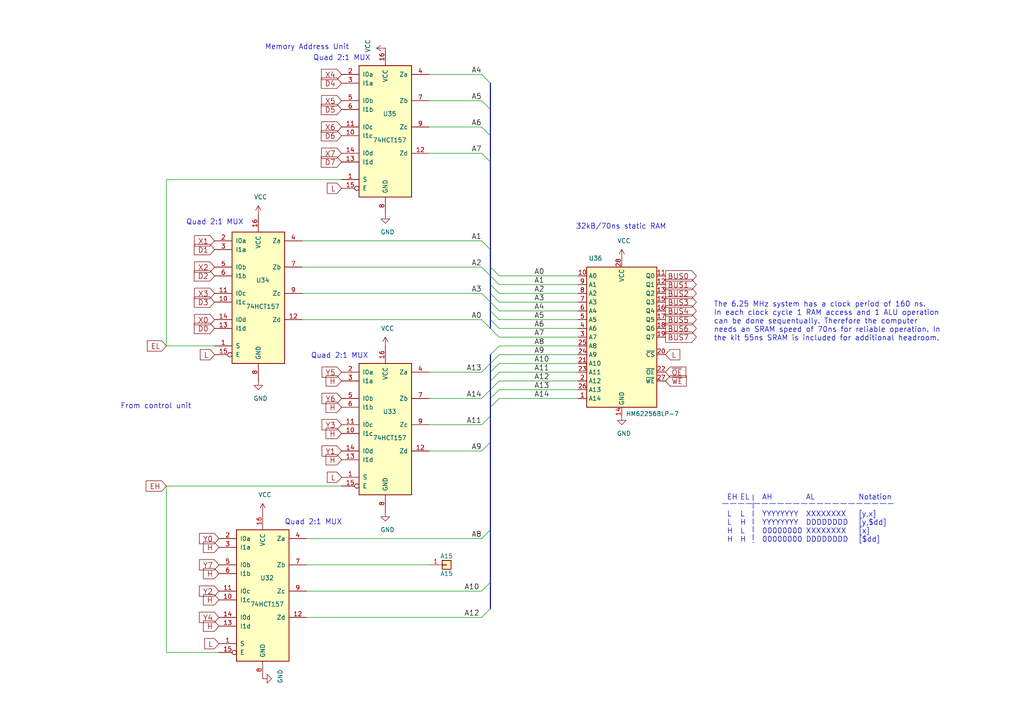
<source format=kicad_sch>
(kicad_sch (version 20211123) (generator eeschema)
  (paper "A4")
  (title_block (title "Gigatron Memory and Address Unit") (date "2020-03-20") (rev "Release") (company "Marcel van Kervinck and Walter Belgers") (comment 1 "The high address byte is either zero or comes from the user Y register.") (comment 2 "The low address byte originates either from the operand (D) or from the user X register") (comment 3 "The address unit can create addresses in four different ways, as shown in the table.") (comment 4 "For speed and simplicity the memory addressing space is two-dimensional."))
  (lib_symbols
    (symbol "74xx:74LS157" (pin_names (offset 1.016))
      (property "Reference" "U" (at -7.62 19.05 0))
      (property "Value" "74LS157" (at -7.62 -21.59 0))
      (symbol "74LS157_1_0"
        (pin input line (at -12.7 -15.24 0) (length 5.08) (name "S") (number "1"))
        (pin input line (at -12.7 -2.54 0) (length 5.08) (name "I1c") (number "10"))
        (pin input line (at -12.7 0 0) (length 5.08) (name "I0c") (number "11"))
        (pin output line (at 12.7 -7.62 180) (length 5.08) (name "Zd") (number "12"))
        (pin input line (at -12.7 -10.16 0) (length 5.08) (name "I1d") (number "13"))
        (pin input line (at -12.7 -7.62 0) (length 5.08) (name "I0d") (number "14"))
        (pin input inverted (at -12.7 -17.78 0) (length 5.08) (name "E") (number "15"))
        (pin power_in line (at 0 22.86 270) (length 5.08) (name "VCC") (number "16"))
        (pin input line (at -12.7 15.24 0) (length 5.08) (name "I0a") (number "2"))
        (pin input line (at -12.7 12.7 0) (length 5.08) (name "I1a") (number "3"))
        (pin output line (at 12.7 15.24 180) (length 5.08) (name "Za") (number "4"))
        (pin input line (at -12.7 7.62 0) (length 5.08) (name "I0b") (number "5"))
        (pin input line (at -12.7 5.08 0) (length 5.08) (name "I1b") (number "6"))
        (pin output line (at 12.7 7.62 180) (length 5.08) (name "Zb") (number "7"))
        (pin power_in line (at 0 -25.4 90) (length 5.08) (name "GND") (number "8"))
        (pin output line (at 12.7 0 180) (length 5.08) (name "Zc") (number "9"))
      )
      (symbol "74LS157_1_1"
        (rectangle (start -7.62 17.78) (end 7.62 -20.32) (stroke (width 0.254)) (fill (type background)))
      )
    )
    (symbol "Connector_Generic:Conn_01x01" (pin_names (offset 1.016) hide)
      (property "Reference" "J" (at 0 2.54 0))
      (property "Value" "Conn_01x01" (at 0 -2.54 0))
      (symbol "Conn_01x01_1_1"
        (rectangle (start -1.27 0.127) (end 0 -0.127) (stroke (width 0.1524)))
        (rectangle (start -1.27 1.27) (end 1.27 -1.27) (stroke (width 0.254)) (fill (type background)))
        (pin passive line (at -5.08 0 0) (length 3.81) (name "Pin_1") (number "1"))
      )
    )
    (symbol "Memory_RAM:HM62256BLP"
      (property "Reference" "U" (at -10.16 20.955 0))
      (property "Value" "HM62256BLP" (at 2.54 20.955 0))
      (symbol "HM62256BLP_0_0"
        (pin power_in line (at 0 -22.86 90) (length 2.54) (name "GND") (number "14"))
        (pin power_in line (at 0 22.86 270) (length 2.54) (name "VCC") (number "28"))
      )
      (symbol "HM62256BLP_0_1"
        (rectangle (start -10.16 20.32) (end 10.16 -20.32) (stroke (width 0.254)) (fill (type background)))
      )
      (symbol "HM62256BLP_1_1"
        (pin input line (at -12.7 -17.78 0) (length 2.54) (name "A14") (number "1"))
        (pin input line (at -12.7 17.78 0) (length 2.54) (name "A0") (number "10"))
        (pin tri_state line (at 12.7 17.78 180) (length 2.54) (name "Q0") (number "11"))
        (pin tri_state line (at 12.7 15.24 180) (length 2.54) (name "Q1") (number "12"))
        (pin tri_state line (at 12.7 12.7 180) (length 2.54) (name "Q2") (number "13"))
        (pin tri_state line (at 12.7 10.16 180) (length 2.54) (name "Q3") (number "15"))
        (pin tri_state line (at 12.7 7.62 180) (length 2.54) (name "Q4") (number "16"))
        (pin tri_state line (at 12.7 5.08 180) (length 2.54) (name "Q5") (number "17"))
        (pin tri_state line (at 12.7 2.54 180) (length 2.54) (name "Q6") (number "18"))
        (pin tri_state line (at 12.7 0 180) (length 2.54) (name "Q7") (number "19"))
        (pin input line (at -12.7 -12.7 0) (length 2.54) (name "A12") (number "2"))
        (pin input line (at 12.7 -5.08 180) (length 2.54) (name "~{CS}") (number "20"))
        (pin input line (at -12.7 -7.62 0) (length 2.54) (name "A10") (number "21"))
        (pin input line (at 12.7 -10.16 180) (length 2.54) (name "~{OE}") (number "22"))
        (pin input line (at -12.7 -10.16 0) (length 2.54) (name "A11") (number "23"))
        (pin input line (at -12.7 -5.08 0) (length 2.54) (name "A9") (number "24"))
        (pin input line (at -12.7 -2.54 0) (length 2.54) (name "A8") (number "25"))
        (pin input line (at -12.7 -15.24 0) (length 2.54) (name "A13") (number "26"))
        (pin input line (at 12.7 -12.7 180) (length 2.54) (name "~{WE}") (number "27"))
        (pin input line (at -12.7 0 0) (length 2.54) (name "A7") (number "3"))
        (pin input line (at -12.7 2.54 0) (length 2.54) (name "A6") (number "4"))
        (pin input line (at -12.7 5.08 0) (length 2.54) (name "A5") (number "5"))
        (pin input line (at -12.7 7.62 0) (length 2.54) (name "A4") (number "6"))
        (pin input line (at -12.7 10.16 0) (length 2.54) (name "A3") (number "7"))
        (pin input line (at -12.7 12.7 0) (length 2.54) (name "A2") (number "8"))
        (pin input line (at -12.7 15.24 0) (length 2.54) (name "A1") (number "9"))
      )
    )
    (symbol "power:GND" (power) (pin_names (offset 0))
      (property "Value" "GND" (at 0 -3.81 0))
      (symbol "GND_0_1"
        (polyline (pts (xy 0 0) (xy 0 -1.27) (xy 1.27 -1.27) (xy 0 -2.54) (xy -1.27 -1.27) (xy 0 -1.27)))
      )
      (symbol "GND_1_1"
        (pin power_in line (at 0 0 270) (length 0) hide (name "GND") (number "1"))
      )
    )
    (symbol "power:VCC" (power) (pin_names (offset 0))
      (property "Value" "VCC" (at 0 3.81 0))
      (symbol "VCC_0_1"
        (polyline (pts (xy -0.762 1.27) (xy 0 2.54)))
        (polyline (pts (xy 0 0) (xy 0 2.54)))
        (polyline (pts (xy 0 2.54) (xy 0.762 1.27)))
      )
      (symbol "VCC_1_1"
        (pin power_in line (at 0 0 90) (length 0) hide (name "VCC") (number "1"))
      )
    )
  )
  (bus_entry (at 139.7 44.45) (size 2.54 2.54))
  (bus_entry (at 139.7 92.71) (size 2.54 2.54))
  (bus_entry (at 142.24 110.49) (size 2.54 -2.54))
  (bus_entry (at 142.24 102.87) (size 2.54 -2.54))
  (bus_entry (at 142.24 115.57) (size 2.54 -2.54))
  (bus_entry (at 142.24 105.41) (size 2.54 -2.54))
  (bus_entry (at 142.24 113.03) (size 2.54 -2.54))
  (bus_entry (at 139.7 85.09) (size 2.54 2.54))
  (bus_entry (at 139.7 179.07) (size 2.54 -2.54))
  (bus_entry (at 139.7 123.19) (size 2.54 -2.54))
  (bus_entry (at 142.24 77.47) (size 2.54 2.54))
  (bus_entry (at 142.24 85.09) (size 2.54 2.54))
  (bus_entry (at 142.24 87.63) (size 2.54 2.54))
  (bus_entry (at 139.7 130.81) (size 2.54 -2.54))
  (bus_entry (at 142.24 92.71) (size 2.54 2.54))
  (bus_entry (at 139.7 36.83) (size 2.54 2.54))
  (bus_entry (at 139.7 69.85) (size 2.54 2.54))
  (bus_entry (at 142.24 107.95) (size 2.54 -2.54))
  (bus_entry (at 142.24 80.01) (size 2.54 2.54))
  (bus_entry (at 139.7 115.57) (size 2.54 -2.54))
  (bus_entry (at 142.24 95.25) (size 2.54 2.54))
  (bus_entry (at 139.7 171.45) (size 2.54 -2.54))
  (bus_entry (at 139.7 156.21) (size 2.54 -2.54))
  (bus_entry (at 139.7 29.21) (size 2.54 2.54))
  (bus_entry (at 139.7 21.59) (size 2.54 2.54))
  (bus_entry (at 142.24 90.17) (size 2.54 2.54))
  (bus_entry (at 139.7 77.47) (size 2.54 2.54))
  (bus_entry (at 139.7 107.95) (size 2.54 -2.54))
  (bus_entry (at 142.24 118.11) (size 2.54 -2.54))
  (bus_entry (at 142.24 82.55) (size 2.54 2.54))
  (bus (pts (xy 142.24 24.13) (xy 142.24 31.75)))
  (polyline (pts (xy 218.44 143.51) (xy 218.44 157.48)))
  (wire (pts (xy 88.9 171.45) (xy 139.7 171.45)))
  (wire (pts (xy 124.46 44.45) (xy 139.7 44.45)))
  (wire (pts (xy 144.78 115.57) (xy 167.64 115.57)))
  (wire (pts (xy 87.63 69.85) (xy 139.7 69.85)))
  (wire (pts (xy 144.78 95.25) (xy 167.64 95.25)))
  (bus (pts (xy 142.24 82.55) (xy 142.24 85.09)))
  (bus (pts (xy 142.24 113.03) (xy 142.24 115.57)))
  (wire (pts (xy 144.78 82.55) (xy 167.64 82.55)))
  (wire (pts (xy 48.26 140.97) (xy 99.06 140.97)))
  (wire (pts (xy 144.78 90.17) (xy 167.64 90.17)))
  (polyline (pts (xy 209.55 146.05) (xy 259.08 146.05)))
  (bus (pts (xy 142.24 87.63) (xy 142.24 90.17)))
  (wire (pts (xy 144.78 110.49) (xy 167.64 110.49)))
  (wire (pts (xy 88.9 156.21) (xy 139.7 156.21)))
  (bus (pts (xy 142.24 80.01) (xy 142.24 82.55)))
  (bus (pts (xy 142.24 90.17) (xy 142.24 92.71)))
  (wire (pts (xy 144.78 100.33) (xy 167.64 100.33)))
  (bus (pts (xy 142.24 92.71) (xy 142.24 95.25)))
  (bus (pts (xy 142.24 72.39) (xy 142.24 77.47)))
  (bus (pts (xy 142.24 115.57) (xy 142.24 118.11)))
  (bus (pts (xy 142.24 46.99) (xy 142.24 72.39)))
  (wire (pts (xy 124.46 29.21) (xy 139.7 29.21)))
  (bus (pts (xy 142.24 110.49) (xy 142.24 113.03)))
  (wire (pts (xy 124.46 107.95) (xy 139.7 107.95)))
  (wire (pts (xy 144.78 87.63) (xy 167.64 87.63)))
  (wire (pts (xy 144.78 97.79) (xy 167.64 97.79)))
  (wire (pts (xy 124.46 123.19) (xy 139.7 123.19)))
  (wire (pts (xy 48.26 189.23) (xy 63.5 189.23)))
  (bus (pts (xy 142.24 39.37) (xy 142.24 46.99)))
  (wire (pts (xy 144.78 105.41) (xy 167.64 105.41)))
  (wire (pts (xy 87.63 85.09) (xy 139.7 85.09)))
  (wire (pts (xy 124.46 21.59) (xy 139.7 21.59)))
  (wire (pts (xy 144.78 80.01) (xy 167.64 80.01)))
  (bus (pts (xy 142.24 153.67) (xy 142.24 168.91)))
  (wire (pts (xy 144.78 107.95) (xy 167.64 107.95)))
  (wire (pts (xy 144.78 92.71) (xy 167.64 92.71)))
  (wire (pts (xy 144.78 113.03) (xy 167.64 113.03)))
  (bus (pts (xy 142.24 105.41) (xy 142.24 107.95)))
  (wire (pts (xy 144.78 102.87) (xy 167.64 102.87)))
  (wire (pts (xy 87.63 92.71) (xy 139.7 92.71)))
  (wire (pts (xy 144.78 85.09) (xy 167.64 85.09)))
  (bus (pts (xy 142.24 77.47) (xy 142.24 80.01)))
  (wire (pts (xy 48.26 52.07) (xy 48.26 100.33)))
  (wire (pts (xy 124.46 130.81) (xy 139.7 130.81)))
  (wire (pts (xy 48.26 52.07) (xy 99.06 52.07)))
  (wire (pts (xy 48.26 100.33) (xy 62.23 100.33)))
  (bus (pts (xy 142.24 31.75) (xy 142.24 39.37)))
  (wire (pts (xy 87.63 77.47) (xy 139.7 77.47)))
  (wire (pts (xy 124.46 163.83) (xy 88.9 163.83)))
  (bus (pts (xy 142.24 128.27) (xy 142.24 153.67)))
  (bus (pts (xy 142.24 168.91) (xy 142.24 176.53)))
  (bus (pts (xy 142.24 102.87) (xy 142.24 105.41)))
  (wire (pts (xy 124.46 36.83) (xy 139.7 36.83)))
  (bus (pts (xy 142.24 120.65) (xy 142.24 128.27)))
  (wire (pts (xy 88.9 179.07) (xy 139.7 179.07)))
  (wire (pts (xy 48.26 140.97) (xy 48.26 189.23)))
  (wire (pts (xy 139.7 115.57) (xy 124.46 115.57)))
  (bus (pts (xy 142.24 107.95) (xy 142.24 110.49)))
  (bus (pts (xy 142.24 85.09) (xy 142.24 87.63)))
  (bus (pts (xy 142.24 118.11) (xy 142.24 120.65)))
  (text "From control unit" (at 34.925 118.745 0) (effects (font (size 1.524 1.524)) (justify left bottom)))
  (text "AH\n\nYYYYYYYY\nYYYYYYYY\n00000000\n00000000" (at 220.98 157.48 0) (effects (font (size 1.524 1.524)) (justify left bottom)))
  (text "The 6.25 MHz system has a clock period of 160 ns.\nIn each clock cycle 1 RAM access and 1 ALU operation\ncan be done sequentually. Therefore the computer\nneeds an SRAM speed of 70ns for reliable operation. In\nthe kit 55ns SRAM is included for additional headroom." (at 207.01 99.06 0) (effects (font (size 1.524 1.524)) (justify left bottom)))
  (text "Quad 2:1 MUX" (at 53.975 65.405 0) (effects (font (size 1.524 1.524)) (justify left bottom)))
  (text "Quad 2:1 MUX" (at 82.55 152.4 0) (effects (font (size 1.524 1.524)) (justify left bottom)))
  (text "EH\n\nL\nL\nH\nH" (at 210.82 157.48 0) (effects (font (size 1.524 1.524)) (justify left bottom)))
  (text "AL\n\nXXXXXXXX\nDDDDDDDD\nXXXXXXXX\nDDDDDDDD" (at 233.68 157.48 0) (effects (font (size 1.524 1.524)) (justify left bottom)))
  (text "EL\n\nL\nH\nL\nH" (at 214.63 157.48 0) (effects (font (size 1.524 1.524)) (justify left bottom)))
  (text "32kB/70ns static RAM" (at 167.005 66.675 0) (effects (font (size 1.524 1.524)) (justify left bottom)))
  (text "Quad 2:1 MUX" (at 90.805 17.78 0) (effects (font (size 1.524 1.524)) (justify left bottom)))
  (text "Notation\n\n[y,x]\n[y,$dd]\n[x]\n[$dd]" (at 248.92 157.48 0) (effects (font (size 1.524 1.524)) (justify left bottom)))
  (text "Memory Address Unit" (at 76.835 14.605 0) (effects (font (size 1.524 1.524)) (justify left bottom)))
  (text "Quad 2:1 MUX" (at 90.17 104.14 0) (effects (font (size 1.524 1.524)) (justify left bottom)))
  (label "A11" (at 139.7 123.19 180) (effects (font (size 1.524 1.524))))
  (label "A12" (at 154.94 110.49 0) (effects (font (size 1.524 1.524))))
  (label "A4" (at 154.94 90.17 0) (effects (font (size 1.524 1.524))))
  (label "A9" (at 139.7 130.81 180) (effects (font (size 1.524 1.524))))
  (label "A8" (at 154.94 100.33 0) (effects (font (size 1.524 1.524))))
  (label "A2" (at 139.7 77.47 180) (effects (font (size 1.524 1.524))))
  (label "A0" (at 139.7 92.71 180) (effects (font (size 1.524 1.524))))
  (label "A13" (at 154.94 113.03 0) (effects (font (size 1.524 1.524))))
  (label "A1" (at 154.94 82.55 0) (effects (font (size 1.524 1.524))))
  (label "A4" (at 139.7 21.59 180) (effects (font (size 1.524 1.524))))
  (label "A2" (at 154.94 85.09 0) (effects (font (size 1.524 1.524))))
  (label "A5" (at 139.7 29.21 180) (effects (font (size 1.524 1.524))))
  (label "A9" (at 154.94 102.87 0) (effects (font (size 1.524 1.524))))
  (label "A13" (at 139.7 107.95 180) (effects (font (size 1.524 1.524))))
  (label "A7" (at 154.94 97.79 0) (effects (font (size 1.524 1.524))))
  (label "A6" (at 139.7 36.83 180) (effects (font (size 1.524 1.524))))
  (label "A3" (at 154.94 87.63 0) (effects (font (size 1.524 1.524))))
  (label "A1" (at 139.7 69.85 180) (effects (font (size 1.524 1.524))))
  (label "A12" (at 139.065 179.07 180) (effects (font (size 1.524 1.524))))
  (label "A5" (at 154.94 92.71 0) (effects (font (size 1.524 1.524))))
  (label "A14" (at 154.94 115.57 0) (effects (font (size 1.524 1.524))))
  (label "A10" (at 139.065 171.45 180) (effects (font (size 1.524 1.524))))
  (label "A7" (at 139.7 44.45 180) (effects (font (size 1.524 1.524))))
  (label "A14" (at 139.7 115.57 180) (effects (font (size 1.524 1.524))))
  (label "A11" (at 154.94 107.95 0) (effects (font (size 1.524 1.524))))
  (label "A0" (at 154.94 80.01 0) (effects (font (size 1.524 1.524))))
  (label "A6" (at 154.94 95.25 0) (effects (font (size 1.524 1.524))))
  (label "A3" (at 139.7 85.09 180) (effects (font (size 1.524 1.524))))
  (label "A8" (at 139.7 156.21 180) (effects (font (size 1.524 1.524))))
  (label "A10" (at 154.94 105.41 0) (effects (font (size 1.524 1.524))))
  (global_label "D6" (shape input) (at 99.06 39.37 180) (effects (font (size 1.524 1.524))) (property "Intersheet References" "${INTERSHEET_REFS}" (effects hide)))
  (global_label "X0" (shape input) (at 62.23 92.71 180) (effects (font (size 1.524 1.524))) (property "Intersheet References" "${INTERSHEET_REFS}" (effects hide)))
  (global_label "BUS0" (shape output) (at 193.04 80.01 0) (effects (font (size 1.524 1.524))) (property "Intersheet References" "${INTERSHEET_REFS}" (effects hide)))
  (global_label "X1" (shape input) (at 62.23 69.85 180) (effects (font (size 1.524 1.524))) (property "Intersheet References" "${INTERSHEET_REFS}" (effects hide)))
  (global_label "Y5" (shape input) (at 99.06 107.95 180) (effects (font (size 1.524 1.524))) (property "Intersheet References" "${INTERSHEET_REFS}" (effects hide)))
  (global_label "Y7" (shape input) (at 63.5 163.83 180) (effects (font (size 1.524 1.524))) (property "Intersheet References" "${INTERSHEET_REFS}" (effects hide)))
  (global_label "X4" (shape input) (at 99.06 21.59 180) (effects (font (size 1.524 1.524))) (property "Intersheet References" "${INTERSHEET_REFS}" (effects hide)))
  (global_label "H" (shape input) (at 99.06 118.11 180) (effects (font (size 1.524 1.524))) (property "Intersheet References" "${INTERSHEET_REFS}" (effects hide)))
  (global_label "BUS1" (shape output) (at 193.04 82.55 0) (effects (font (size 1.524 1.524))) (property "Intersheet References" "${INTERSHEET_REFS}" (effects hide)))
  (global_label "Y0" (shape input) (at 63.5 156.21 180) (effects (font (size 1.524 1.524))) (property "Intersheet References" "${INTERSHEET_REFS}" (effects hide)))
  (global_label "D1" (shape input) (at 62.23 72.39 180) (effects (font (size 1.524 1.524))) (property "Intersheet References" "${INTERSHEET_REFS}" (effects hide)))
  (global_label "D5" (shape input) (at 99.06 31.75 180) (effects (font (size 1.524 1.524))) (property "Intersheet References" "${INTERSHEET_REFS}" (effects hide)))
  (global_label "Y3" (shape input) (at 99.06 123.19 180) (effects (font (size 1.524 1.524))) (property "Intersheet References" "${INTERSHEET_REFS}" (effects hide)))
  (global_label "~{WE}" (shape input) (at 193.04 110.49 0) (effects (font (size 1.524 1.524))) (property "Intersheet References" "${INTERSHEET_REFS}" (effects hide)))
  (global_label "X7" (shape input) (at 99.06 44.45 180) (effects (font (size 1.524 1.524))) (property "Intersheet References" "${INTERSHEET_REFS}" (effects hide)))
  (global_label "H" (shape input) (at 99.06 110.49 180) (effects (font (size 1.524 1.524))) (property "Intersheet References" "${INTERSHEET_REFS}" (effects hide)))
  (global_label "BUS7" (shape output) (at 193.04 97.79 0) (effects (font (size 1.524 1.524))) (property "Intersheet References" "${INTERSHEET_REFS}" (effects hide)))
  (global_label "L" (shape input) (at 193.04 102.87 0) (effects (font (size 1.524 1.524))) (property "Intersheet References" "${INTERSHEET_REFS}" (effects hide)))
  (global_label "H" (shape input) (at 63.5 173.99 180) (effects (font (size 1.524 1.524))) (property "Intersheet References" "${INTERSHEET_REFS}" (effects hide)))
  (global_label "D4" (shape input) (at 99.06 24.13 180) (effects (font (size 1.524 1.524))) (property "Intersheet References" "${INTERSHEET_REFS}" (effects hide)))
  (global_label "BUS3" (shape output) (at 193.04 87.63 0) (effects (font (size 1.524 1.524))) (property "Intersheet References" "${INTERSHEET_REFS}" (effects hide)))
  (global_label "Y4" (shape input) (at 63.5 179.07 180) (effects (font (size 1.524 1.524))) (property "Intersheet References" "${INTERSHEET_REFS}" (effects hide)))
  (global_label "X3" (shape input) (at 62.23 85.09 180) (effects (font (size 1.524 1.524))) (property "Intersheet References" "${INTERSHEET_REFS}" (effects hide)))
  (global_label "L" (shape input) (at 62.23 102.87 180) (effects (font (size 1.524 1.524))) (property "Intersheet References" "${INTERSHEET_REFS}" (effects hide)))
  (global_label "BUS4" (shape output) (at 193.04 90.17 0) (effects (font (size 1.524 1.524))) (property "Intersheet References" "${INTERSHEET_REFS}" (effects hide)))
  (global_label "H" (shape input) (at 63.5 158.75 180) (effects (font (size 1.524 1.524))) (property "Intersheet References" "${INTERSHEET_REFS}" (effects hide)))
  (global_label "H" (shape input) (at 99.06 133.35 180) (effects (font (size 1.524 1.524))) (property "Intersheet References" "${INTERSHEET_REFS}" (effects hide)))
  (global_label "X2" (shape input) (at 62.23 77.47 180) (effects (font (size 1.524 1.524))) (property "Intersheet References" "${INTERSHEET_REFS}" (effects hide)))
  (global_label "D3" (shape input) (at 62.23 87.63 180) (effects (font (size 1.524 1.524))) (property "Intersheet References" "${INTERSHEET_REFS}" (effects hide)))
  (global_label "X6" (shape input) (at 99.06 36.83 180) (effects (font (size 1.524 1.524))) (property "Intersheet References" "${INTERSHEET_REFS}" (effects hide)))
  (global_label "H" (shape input) (at 63.5 166.37 180) (effects (font (size 1.524 1.524))) (property "Intersheet References" "${INTERSHEET_REFS}" (effects hide)))
  (global_label "H" (shape input) (at 99.06 125.73 180) (effects (font (size 1.524 1.524))) (property "Intersheet References" "${INTERSHEET_REFS}" (effects hide)))
  (global_label "L" (shape input) (at 99.06 54.61 180) (effects (font (size 1.524 1.524))) (property "Intersheet References" "${INTERSHEET_REFS}" (effects hide)))
  (global_label "L" (shape input) (at 99.06 138.43 180) (effects (font (size 1.524 1.524))) (property "Intersheet References" "${INTERSHEET_REFS}" (effects hide)))
  (global_label "~{OE}" (shape input) (at 193.04 107.95 0) (effects (font (size 1.524 1.524))) (property "Intersheet References" "${INTERSHEET_REFS}" (effects hide)))
  (global_label "EL" (shape input) (at 48.26 100.33 180) (effects (font (size 1.524 1.524))) (property "Intersheet References" "${INTERSHEET_REFS}" (effects hide)))
  (global_label "Y6" (shape input) (at 99.06 115.57 180) (effects (font (size 1.524 1.524))) (property "Intersheet References" "${INTERSHEET_REFS}" (effects hide)))
  (global_label "BUS5" (shape output) (at 193.04 92.71 0) (effects (font (size 1.524 1.524))) (property "Intersheet References" "${INTERSHEET_REFS}" (effects hide)))
  (global_label "H" (shape input) (at 63.5 181.61 180) (effects (font (size 1.524 1.524))) (property "Intersheet References" "${INTERSHEET_REFS}" (effects hide)))
  (global_label "BUS2" (shape output) (at 193.04 85.09 0) (effects (font (size 1.524 1.524))) (property "Intersheet References" "${INTERSHEET_REFS}" (effects hide)))
  (global_label "D0" (shape input) (at 62.23 95.25 180) (effects (font (size 1.524 1.524))) (property "Intersheet References" "${INTERSHEET_REFS}" (effects hide)))
  (global_label "Y1" (shape input) (at 99.06 130.81 180) (effects (font (size 1.524 1.524))) (property "Intersheet References" "${INTERSHEET_REFS}" (effects hide)))
  (global_label "D7" (shape input) (at 99.06 46.99 180) (effects (font (size 1.524 1.524))) (property "Intersheet References" "${INTERSHEET_REFS}" (effects hide)))
  (global_label "Y2" (shape input) (at 63.5 171.45 180) (effects (font (size 1.524 1.524))) (property "Intersheet References" "${INTERSHEET_REFS}" (effects hide)))
  (global_label "BUS6" (shape output) (at 193.04 95.25 0) (effects (font (size 1.524 1.524))) (property "Intersheet References" "${INTERSHEET_REFS}" (effects hide)))
  (global_label "X5" (shape input) (at 99.06 29.21 180) (effects (font (size 1.524 1.524))) (property "Intersheet References" "${INTERSHEET_REFS}" (effects hide)))
  (global_label "D2" (shape input) (at 62.23 80.01 180) (effects (font (size 1.524 1.524))) (property "Intersheet References" "${INTERSHEET_REFS}" (effects hide)))
  (global_label "EH" (shape input) (at 48.26 140.97 180) (effects (font (size 1.524 1.524))) (property "Intersheet References" "${INTERSHEET_REFS}" (effects hide)))
  (global_label "L" (shape input) (at 63.5 186.69 180) (effects (font (size 1.524 1.524))) (property "Intersheet References" "${INTERSHEET_REFS}" (effects hide)))
  (symbol (lib_id "Memory_RAM:HM62256BLP") (at 180.34 97.79 0) (unit 1)
    (property "Reference" "U36" (at 172.72 74.93 0))
    (property "Value" "HM62256BLP-7" (at 189.23 120.015 0))
    (property "Footprint" "Package_DIP:DIP-28_W15.24mm" (effects hide))
  )
  (symbol (lib_id "74xx:74LS157") (at 111.76 36.83 0) (unit 1)
    (property "Reference" "U35" (at 113.03 33.02 0))
    (property "Value" "74HCT157" (at 113.03 40.64 0))
    (property "Footprint" "Package_DIP:DIP-16_W7.62mm" (effects hide))
  )
  (symbol (lib_id "74xx:74LS157") (at 74.93 85.09 0) (unit 1)
    (property "Reference" "U34" (at 76.2 81.28 0))
    (property "Value" "74HCT157" (at 76.2 88.9 0))
    (property "Footprint" "Package_DIP:DIP-16_W7.62mm" (effects hide))
  )
  (symbol (lib_id "74xx:74LS157") (at 111.76 123.19 0) (unit 1)
    (property "Reference" "U33" (at 113.03 119.38 0))
    (property "Value" "74HCT157" (at 113.03 127 0))
    (property "Footprint" "Package_DIP:DIP-16_W7.62mm" (effects hide))
  )
  (symbol (lib_id "74xx:74LS157") (at 76.2 171.45 0) (unit 1)
    (property "Reference" "U32" (at 77.47 167.64 0))
    (property "Value" "74HCT157" (at 77.47 175.26 0))
    (property "Footprint" "Package_DIP:DIP-16_W7.62mm" (effects hide))
  )
  (symbol (lib_id "Connector_Generic:Conn_01x01") (at 129.54 163.83 0) (unit 1)
    (property "Reference" "A15" (at 129.54 161.29 0))
    (property "Value" "A15" (at 129.54 166.37 0))
    (property "Footprint" "TestPoint:TestPoint_THTPad_D2.0mm_Drill1.0mm" (effects hide))
  )
  (symbol (lib_id "power:VCC") (at 111.76 13.97 90) (unit 1)
    (property "Reference" "#PWR0123" (effects hide))
    (property "Value" "VCC" (at 106.68 13.335 0))
  )
  (symbol (lib_id "power:GND") (at 111.76 62.23 0) (unit 1)
    (property "Reference" "#PWR0124" (effects hide))
    (property "Value" "GND" (at 112.395 67.31 0))
  )
  (symbol (lib_id "power:VCC") (at 74.93 62.23 0) (unit 1)
    (property "Reference" "#PWR0125" (effects hide))
    (property "Value" "VCC" (at 75.565 57.15 0))
  )
  (symbol (lib_id "power:GND") (at 74.93 110.49 0) (unit 1)
    (property "Reference" "#PWR0126" (effects hide))
    (property "Value" "GND" (at 75.565 115.57 0))
  )
  (symbol (lib_id "power:VCC") (at 111.76 100.33 0) (unit 1)
    (property "Reference" "#PWR0127" (effects hide))
    (property "Value" "VCC" (at 112.395 95.25 0))
  )
  (symbol (lib_id "power:GND") (at 111.76 148.59 0) (unit 1)
    (property "Reference" "#PWR0128" (effects hide))
    (property "Value" "GND" (at 112.395 153.67 0))
  )
  (symbol (lib_id "power:VCC") (at 76.2 148.59 0) (unit 1)
    (property "Reference" "#PWR0129" (effects hide))
    (property "Value" "VCC" (at 76.835 143.51 0))
  )
  (symbol (lib_id "power:GND") (at 76.2 196.85 90) (unit 1)
    (property "Reference" "#PWR0130" (effects hide))
    (property "Value" "GND" (at 81.28 196.215 0))
  )
  (symbol (lib_id "power:VCC") (at 180.34 74.93 0) (unit 1)
    (property "Reference" "#PWR0131" (effects hide))
    (property "Value" "VCC" (at 180.975 69.85 0))
  )
  (symbol (lib_id "power:GND") (at 180.34 120.65 0) (unit 1)
    (property "Reference" "#PWR0132" (effects hide))
    (property "Value" "GND" (at 180.975 125.73 0))
  )
)
</source>
